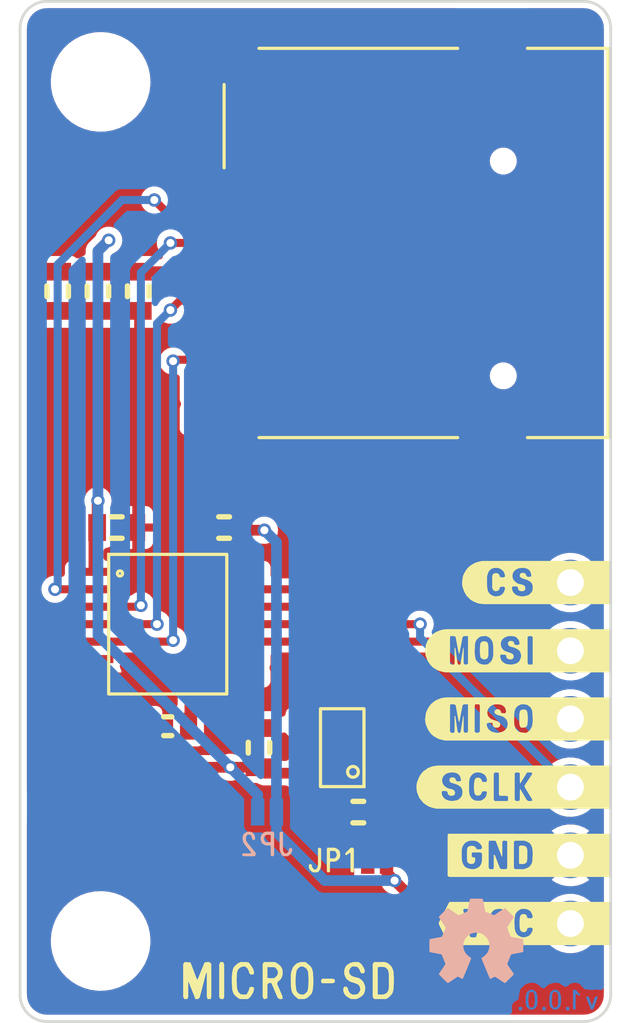
<source format=kicad_pcb>
(kicad_pcb (version 20241229) (generator "pcbnew") (generator_version "9.0")
  (title_block (title "microSD breakout") (date "2021-07-26") (rev "V1.0.0.") (company "SOLDERED") (comment 1 "333050"))
  (layers (0 "F.Cu" signal) (2 "B.Cu" signal) (13 "F.Paste" user) (15 "B.Paste" user) (5 "F.SilkS" user "F.Silkscreen") (7 "B.SilkS" user "B.Silkscreen") (1 "F.Mask" user) (3 "B.Mask" user) (25 "Edge.Cuts" user))
  (net 0 "")
  (net 1 "GND")
  (net 2 "3V3")
  (net 3 "Net-(C4-Pad2)")
  (net 4 "VCC")
  (net 6 "CS_L")
  (net 7 "MOSI_L")
  (net 8 "SCLK_L")
  (net 9 "MISO_L")
  (net 11 "CS_H")
  (net 12 "MOSI_H")
  (net 13 "MISO_H")
  (net 14 "SCLK_H")
  (net 15 "OE")
  (footprint "e-radionica.com footprinti:0603C" (layer "F.Cu") (at 102.9 132.8 90)
    (property "Reference" "C2")
    (property "Value" "100n")
    (pad "1" smd rect (at -0.73 0 90) (size 0.66 1) (layers "F.Cu" "F.Mask" "F.Paste") (net 1 "GND"))
    (pad "2" smd rect (at 0.73 0 90) (size 0.66 1) (layers "F.Cu" "F.Mask" "F.Paste") (net 2 "3V3"))
  )
  (footprint "e-radionica.com footprinti:FIDUCIAL_23" (layer "F.Cu") (at 102 152)
    (property "Reference" "FD1")
    (property "Value" "FIDUCIAL" (hide yes))
    (fp_circle (center 0 0) (end 1 0) (stroke (width 0.2)) (fill no) (layer "F.Cu"))
    (pad "1" smd circle (at 0 0) (size 1 1) (layers "F.Cu" "F.Mask" "F.Paste") (clearance 1.1))
  )
  (footprint "buzzardLabel" (layer "F.Cu") (at 111.6 154)
    (property "Reference" "" (at 0 0 0) (layer "F.SilkS") (effects (font (size 1.27 1.27))))
    (property "Value" "" (at 0 0 0) (layer "F.SilkS") (effects (font (size 1.27 1.27))))
  )
  (footprint "e-radionica.com footprinti:0603R" (layer "F.Cu") (at 105.5 149)
    (property "Reference" "R1")
    (property "Value" "10k")
    (pad "1" smd rect (at -0.775 0 90) (size 1 0.64) (layers "F.Cu" "F.Mask" "F.Paste") (net 2 "3V3"))
    (pad "2" smd rect (at 0.775 0 90) (size 1 0.64) (layers "F.Cu" "F.Mask" "F.Paste") (net 15 "OE"))
  )
  (footprint "e-radionica.com footprinti:TXB0104QPWRQ1" (layer "F.Cu") (at 105.5 145.2)
    (property "Reference" "U2")
    (property "Value" "TXB0104QPWRQ1" (hide yes))
    (pad "1" smd rect (at -2.8 -1.95 90) (size 0.3 1.55) (layers "F.Cu" "F.Mask" "F.Paste") (net 2 "3V3"))
    (pad "2" smd rect (at -2.8 -1.3 90) (size 0.3 1.55) (layers "F.Cu" "F.Mask" "F.Paste") (net 6 "CS_L"))
    (pad "3" smd rect (at -2.8 -0.65 90) (size 0.3 1.55) (layers "F.Cu" "F.Mask" "F.Paste") (net 7 "MOSI_L"))
    (pad "4" smd rect (at -2.8 0 90) (size 0.3 1.55) (layers "F.Cu" "F.Mask" "F.Paste") (net 8 "SCLK_L"))
    (pad "5" smd rect (at -2.8 0.65 90) (size 0.3 1.55) (layers "F.Cu" "F.Mask" "F.Paste") (net 9 "MISO_L"))
    (pad "6" smd rect (at -2.8 1.3 90) (size 0.3 1.55) (layers "F.Cu" "F.Mask" "F.Paste"))
    (pad "7" smd rect (at -2.8 1.95 90) (size 0.3 1.55) (layers "F.Cu" "F.Mask" "F.Paste") (net 1 "GND"))
    (pad "8" smd rect (at 2.8 1.95 90) (size 0.3 1.55) (layers "F.Cu" "F.Mask" "F.Paste") (net 15 "OE"))
    (pad "9" smd rect (at 2.8 1.3 90) (size 0.3 1.55) (layers "F.Cu" "F.Mask" "F.Paste"))
    (pad "10" smd rect (at 2.79 0.65 90) (size 0.3 1.55) (layers "F.Cu" "F.Mask" "F.Paste") (net 13 "MISO_H"))
    (pad "11" smd rect (at 2.8 0 90) (size 0.3 1.55) (layers "F.Cu" "F.Mask" "F.Paste") (net 14 "SCLK_H"))
    (pad "12" smd rect (at 2.8 -0.65 90) (size 0.3 1.55) (layers "F.Cu" "F.Mask" "F.Paste") (net 12 "MOSI_H"))
    (pad "13" smd rect (at 2.8 -1.3 90) (size 0.3 1.55) (layers "F.Cu" "F.Mask" "F.Paste") (net 11 "CS_H"))
    (pad "14" smd rect (at 2.8 -1.95 90) (size 0.3 1.55) (layers "F.Cu" "F.Mask" "F.Paste") (net 4 "VCC"))
  )
  (footprint "e-radionica.com footprinti:0603C" (layer "F.Cu") (at 112.6 152.2)
    (property "Reference" "C4")
    (property "Value" "2u2")
    (pad "1" smd rect (at -0.73 0) (size 0.66 1) (layers "F.Cu" "F.Mask" "F.Paste") (net 1 "GND"))
    (pad "2" smd rect (at 0.73 0) (size 0.66 1) (layers "F.Cu" "F.Mask" "F.Paste") (net 3 "Net-(C4-Pad2)"))
  )
  (footprint "e-radionica.com footprinti:HYC77-TF09-200" (layer "F.Cu") (at 112.5 131 90)
    (property "Reference" "K1")
    (property "Value" "HYC77-TF09-200" (hide yes))
    (pad "" np_thru_hole circle (at -4.95 5.5 90) (size 0.8 0.8) (drill 1) (layers "*.Cu" "*.Mask") (clearance 0.1))
    (pad "" np_thru_hole circle (at 3.05 5.5 90) (size 0.8 0.8) (drill 1) (layers "*.Cu" "*.Mask") (clearance 0.1))
    (pad "1" smd rect (at 2.25 -5.5 90) (size 0.7 1.6) (layers "F.Cu" "F.Mask" "F.Paste"))
    (pad "2" smd rect (at 1.15 -5.5 90) (size 0.7 1.6) (layers "F.Cu" "F.Mask" "F.Paste") (net 6 "CS_L"))
    (pad "3" smd rect (at 0.05 -5.5 90) (size 0.7 1.6) (layers "F.Cu" "F.Mask" "F.Paste") (net 7 "MOSI_L"))
    (pad "4" smd rect (at -1.05 -5.5 90) (size 0.7 1.6) (layers "F.Cu" "F.Mask" "F.Paste") (net 2 "3V3"))
    (pad "5" smd rect (at -2.15 -5.5 90) (size 0.7 1.6) (layers "F.Cu" "F.Mask" "F.Paste") (net 8 "SCLK_L"))
    (pad "6" smd rect (at -3.25 -5.5 90) (size 0.7 1.6) (layers "F.Cu" "F.Mask" "F.Paste") (net 1 "GND"))
    (pad "7" smd rect (at -4.35 -5.5 90) (size 0.7 1.6) (layers "F.Cu" "F.Mask" "F.Paste") (net 9 "MISO_L"))
    (pad "8" smd rect (at -5.45 -5.5 90) (size 0.7 1.6) (layers "F.Cu" "F.Mask" "F.Paste"))
    (pad "12" smd rect (at 7.75 5.1 180) (size 2.2 1.2) (layers "F.Cu" "F.Mask" "F.Paste"))
    (pad "CD" smd rect (at -6.55 -5.5 90) (size 0.7 1.6) (layers "F.Cu" "F.Mask" "F.Paste"))
    (pad "MNT" smd rect (at -7.75 -4.5 180) (size 1.5 1.2) (layers "F.Cu" "F.Mask" "F.Paste"))
    (pad "MNT" smd rect (at -7.75 5.1 180) (size 2.2 1.2) (layers "F.Cu" "F.Mask" "F.Paste"))
    (pad "MNT" smd rect (at 6.85 -4.5 180) (size 1.6 1.5) (layers "F.Cu" "F.Mask" "F.Paste"))
  )
  (footprint "buzzardLabel" (layer "F.Cu") (at 122.4 143.65)
    (property "Reference" "" (at 0 0 0) (layer "F.SilkS") (effects (font (size 1.27 1.27))))
    (property "Value" "" (at 0 0 0) (layer "F.SilkS") (effects (font (size 1.27 1.27))))
  )
  (footprint "buzzardLabel" (layer "F.Cu") (at 122.4 146.19)
    (property "Reference" "" (at 0 0 0) (layer "F.SilkS") (effects (font (size 1.27 1.27))))
    (property "Value" "" (at 0 0 0) (layer "F.SilkS") (effects (font (size 1.27 1.27))))
  )
  (footprint "buzzardLabel" (layer "F.Cu") (at 122.4 148.73)
    (property "Reference" "" (at 0 0 0) (layer "F.SilkS") (effects (font (size 1.27 1.27))))
    (property "Value" "" (at 0 0 0) (layer "F.SilkS") (effects (font (size 1.27 1.27))))
  )
  (footprint "e-radionica.com footprinti:SMD-JUMPER-CONNECTED_TRACE_SLODERMASK" (layer "F.Cu") (at 113.3 154)
    (property "Reference" "JP1")
    (property "Value" "SMD-JUMPER")
    (fp_poly (pts (xy 0.1 0.1) (xy -0.1 0.1) (xy -0.1 -0.1) (xy 0.1 -0.1)) (stroke (width 0.1)) (fill yes) (layer "F.Cu"))
    (pad "1" smd rect (at -0.35 0) (size 0.5 1) (layers "F.Cu" "F.Mask") (net 3 "Net-(C4-Pad2)"))
    (pad "2" smd rect (at 0.35 0) (size 0.5 1) (layers "F.Cu" "F.Mask") (net 4 "VCC"))
  )
  (footprint "buzzardLabel" (layer "F.Cu") (at 122.4 151.27)
    (property "Reference" "" (at 0 0 0) (layer "F.SilkS") (effects (font (size 1.27 1.27))))
    (property "Value" "" (at 0 0 0) (layer "F.SilkS") (effects (font (size 1.27 1.27))))
  )
  (footprint "e-radionica.com footprinti:HOLE_3.2mm" (layer "F.Cu") (at 103 157)
    (property "Reference" "H1" (hide yes))
    (property "Value" "HOLE_3.2mm" (hide yes))
    (pad "" np_thru_hole circle (at 0 0) (size 3.2 3.2) (drill 3.2) (layers "*.Cu" "*.Mask"))
  )
  (footprint "Soldered Graphics:Logo-Back-OSH-3.5mm" (layer "F.Cu") (at 117 157)
    (property "Reference" "G***" (hide yes))
    (property "Value" "LOGO" (hide yes))
  )
  (footprint "e-radionica.com footprinti:0603C" (layer "F.Cu") (at 101.4 132.8 90)
    (property "Reference" "C1")
    (property "Value" "2u2")
    (pad "1" smd rect (at -0.73 0 90) (size 0.66 1) (layers "F.Cu" "F.Mask" "F.Paste") (net 1 "GND"))
    (pad "2" smd rect (at 0.73 0 90) (size 0.66 1) (layers "F.Cu" "F.Mask" "F.Paste") (net 2 "3V3"))
  )
  (footprint "e-radionica.com footprinti:0603C" (layer "F.Cu") (at 103.6 141.6)
    (property "Reference" "C6")
    (property "Value" "100n")
    (pad "1" smd rect (at -0.73 0) (size 0.66 1) (layers "F.Cu" "F.Mask" "F.Paste") (net 2 "3V3"))
    (pad "2" smd rect (at 0.73 0) (size 0.66 1) (layers "F.Cu" "F.Mask" "F.Paste") (net 1 "GND"))
  )
  (footprint "buzzardLabel" (layer "F.Cu") (at 122.4 156.35)
    (property "Reference" "" (at 0 0 0) (layer "F.SilkS") (effects (font (size 1.27 1.27))))
    (property "Value" "" (at 0 0 0) (layer "F.SilkS") (effects (font (size 1.27 1.27))))
  )
  (footprint "e-radionica.com footprinti:0603C" (layer "F.Cu") (at 108.9 149.8 -90)
    (property "Reference" "C5")
    (property "Value" "2u2")
    (pad "1" smd rect (at -0.73 0 270) (size 0.66 1) (layers "F.Cu" "F.Mask" "F.Paste") (net 1 "GND"))
    (pad "2" smd rect (at 0.73 0 270) (size 0.66 1) (layers "F.Cu" "F.Mask" "F.Paste") (net 2 "3V3"))
  )
  (footprint "e-radionica.com footprinti:0603C" (layer "F.Cu") (at 107.6 141.6)
    (property "Reference" "C7")
    (property "Value" "100n")
    (pad "1" smd rect (at -0.73 0) (size 0.66 1) (layers "F.Cu" "F.Mask" "F.Paste") (net 1 "GND"))
    (pad "2" smd rect (at 0.73 0) (size 0.66 1) (layers "F.Cu" "F.Mask" "F.Paste") (net 4 "VCC"))
  )
  (footprint "e-radionica.com footprinti:SOT-23-5" (layer "F.Cu") (at 112 149.8 180)
    (property "Reference" "U1")
    (property "Value" "SE5218" (hide yes))
    (pad "1" smd rect (at -1.3 -0.95 180) (size 1.1 0.6) (layers "F.Cu" "F.Mask" "F.Paste") (net 3 "Net-(C4-Pad2)"))
    (pad "2" smd rect (at -1.3 0 180) (size 1.1 0.6) (layers "F.Cu" "F.Mask" "F.Paste") (net 1 "GND"))
    (pad "3" smd rect (at -1.3 0.95 180) (size 1.1 0.6) (layers "F.Cu" "F.Mask" "F.Paste") (net 3 "Net-(C4-Pad2)"))
    (pad "4" smd rect (at 1.3 0.95 180) (size 1.1 0.6) (layers "F.Cu" "F.Mask" "F.Paste"))
    (pad "5" smd rect (at 1.3 -0.95 180) (size 1.1 0.6) (layers "F.Cu" "F.Mask" "F.Paste") (net 2 "3V3"))
  )
  (footprint "e-radionica.com footprinti:HOLE_3.2mm" (layer "F.Cu") (at 103 125)
    (property "Reference" "H2" (hide yes))
    (property "Value" "HOLE_3.2mm" (hide yes))
    (pad "" np_thru_hole circle (at 0 0) (size 3.2 3.2) (drill 3.2) (layers "*.Cu" "*.Mask"))
  )
  (footprint "e-radionica.com footprinti:0603C" (layer "F.Cu") (at 104.4 132.8 90)
    (property "Reference" "C3")
    (property "Value" "100n")
    (pad "1" smd rect (at -0.73 0 90) (size 0.66 1) (layers "F.Cu" "F.Mask" "F.Paste") (net 1 "GND"))
    (pad "2" smd rect (at 0.73 0 90) (size 0.66 1) (layers "F.Cu" "F.Mask" "F.Paste") (net 2 "3V3"))
  )
  (footprint "buzzardLabel" (layer "F.Cu") (at 122.4 153.81)
    (property "Reference" "" (at 0 0 0) (layer "F.SilkS") (effects (font (size 1.27 1.27))))
    (property "Value" "" (at 0 0 0) (layer "F.SilkS") (effects (font (size 1.27 1.27))))
  )
  (footprint "buzzardLabel" (layer "F.Cu") (at 110 158.5)
    (property "Reference" "" (at 0 0 0) (layer "F.SilkS") (effects (font (size 1.27 1.27))))
    (property "Value" "" (at 0 0 0) (layer "F.SilkS") (effects (font (size 1.27 1.27))))
  )
  (footprint "buzzardLabel" (layer "B.Cu") (at 109.2 153.4 180)
    (property "Reference" "" (at 0 0 0) (layer "B.SilkS") (effects (font (size 1.27 1.27)) (justify mirror)))
    (property "Value" "" (at 0 0 0) (layer "B.SilkS") (effects (font (size 1.27 1.27)) (justify mirror)))
  )
  (footprint "e-radionica.com footprinti:SMD_JUMPER" (layer "B.Cu") (at 109.2 152.2 180)
    (property "Reference" "JP2")
    (property "Value" "SMD_JUMPER" (hide yes))
    (pad "1" smd rect (at -0.35 0 180) (size 0.5 1) (layers "B.Cu" "B.Mask") (net 4 "VCC"))
    (pad "2" smd rect (at 0.35 0 180) (size 0.5 1) (layers "B.Cu" "B.Mask") (net 2 "3V3"))
  )
  (footprint "e-radionica.com footprinti:HEADER_MALE_6X1" (layer "B.Cu") (at 120.5 150 -90)
    (property "Reference" "K2")
    (property "Value" "HEADER_MALE_6X1" (hide yes))
    (pad "1" thru_hole circle (at -6.35 0 270) (size 1.7 1.7) (drill 1) (layers "*.Cu" "*.Mask") (net 11 "CS_H"))
    (pad "2" thru_hole circle (at -3.81 0 270) (size 1.7 1.7) (drill 1) (layers "*.Cu" "*.Mask") (net 12 "MOSI_H"))
    (pad "3" thru_hole circle (at -1.27 0 270) (size 1.7 1.7) (drill 1) (layers "*.Cu" "*.Mask") (net 13 "MISO_H"))
    (pad "4" thru_hole circle (at 1.27 0 270) (size 1.7 1.7) (drill 1) (layers "*.Cu" "*.Mask") (net 14 "SCLK_H"))
    (pad "5" thru_hole circle (at 3.81 0 270) (size 1.7 1.7) (drill 1) (layers "*.Cu" "*.Mask") (net 1 "GND"))
    (pad "6" thru_hole circle (at 6.35 0 270) (size 1.7 1.7) (drill 1) (layers "*.Cu" "*.Mask") (net 4 "VCC"))
  )
  (footprint "Soldered Graphics:Version1.0.0." (layer "B.Cu") (at 120 159.2 180)
    (property "Reference" "Ref**" (hide yes))
    (property "Value" "Val**" (hide yes))
    (fp_poly (pts (xy 1.31 -0.38) (xy 1.36 -0.38) (xy 1.41 -0.37) (xy 1.42 -0.33) (xy 1.42 -0.27) (xy 1.38 -0.26) (xy 1.33 -0.26) (xy 1.3 -0.29) (xy 1.3 -0.34) (xy 1.31 -0.38)) (stroke (width 0.01)) (fill yes) (layer "B.Cu"))
    (fp_poly (pts (xy 0.43 -0.38) (xy 0.48 -0.38) (xy 0.54 -0.37) (xy 0.54 -0.33) (xy 0.54 -0.27) (xy 0.5 -0.26) (xy 0.45 -0.26) (xy 0.42 -0.29) (xy 0.42 -0.34) (xy 0.43 -0.38)) (stroke (width 0.01)) (fill yes) (layer "B.Cu"))
    (fp_poly (pts (xy -0.44 -0.38) (xy -0.39 -0.38) (xy -0.34 -0.37) (xy -0.34 -0.33) (xy -0.34 -0.27) (xy -0.38 -0.26) (xy -0.43 -0.26) (xy -0.46 -0.29) (xy -0.46 -0.34) (xy -0.44 -0.38)) (stroke (width 0.01)) (fill yes) (layer "B.Cu"))
    (fp_poly (pts (xy -0.67 -0.35) (xy -0.62 -0.35) (xy -0.6 -0.31) (xy -0.6 0.35) (xy -0.64 0.38) (xy -0.69 0.38) (xy -0.73 0.34) (xy -0.84 0.22) (xy -0.86 0.17) (xy -0.83 0.16) (xy -0.73 0.22) (xy -0.69 0.23) (xy -0.69 -0.31) (xy -0.67 -0.35)) (stroke (width 0.01)) (fill yes) (layer "B.Cu"))
    (fp_poly (pts (xy -1.33 -0.35) (xy -1.27 -0.35) (xy -1.25 -0.31) (xy -1.09 0.1) (xy -1.11 0.13) (xy -1.16 0.13) (xy -1.19 0.1) (xy -1.28 -0.16) (xy -1.3 -0.21) (xy -1.32 -0.17) (xy -1.41 0.09) (xy -1.44 0.13) (xy -1.49 0.13) (xy -1.51 0.1) (xy -1.36 -0.31) (xy -1.33 -0.35)) (stroke (width 0.01)) (fill yes) (layer "B.Cu"))
    (fp_poly (pts (xy 0.93 -0.35) (xy 0.99 -0.35) (xy 1.04 -0.33) (xy 1.01 -0.28) (xy 0.91 -0.28) (xy 0.87 -0.25) (xy 0.85 -0.2) (xy 0.83 -0.15) (xy 0.83 -0.11) (xy 0.82 0.01) (xy 0.83 0.13) (xy 0.83 0.17) (xy 0.84 0.22) (xy 0.87 0.27) (xy 0.9 0.3) (xy 1.01 0.3) (xy 1.04 0.26) (xy 1.05 0.21) (xy 1.06 0.15) (xy 1.07 0.05) (xy 1.07 -0.08) (xy 1.06 -0.12) (xy 1.06 -0.17) (xy 1.04 -0.22) (xy 1.02 -0.27) (xy 1.01 -0.28) (xy 1.05 -0.32) (xy 1.09 -0.29) (xy 1.12 -0.26) (xy 1.14 -0.22) (xy 1.15 -0.16) (xy 1.16 -0.11) (xy 1.16 -0.06) (xy 1.16 0.06) (xy 1.16 0.12) (xy 1.15 0.17) (xy 1.14 0.22) (xy 1.13 0.27) (xy 1.1 0.3) (xy 1.06 0.34) (xy 1.01 0.37) (xy 0.95 0.38) (xy 0.9 0.38) (xy 0.84 0.35) (xy 0.8 0.31) (xy 0.78 0.28) (xy 0.75 0.23) (xy 0.74 0.18) (xy 0.74 0.13) (xy 0.73 0.08) (xy 0.73 -0.04) (xy 0.73 -0.1) (xy 0.74 -0.14) (xy 0.75 -0.2) (xy 0.77 -0.25) (xy 0.79 -0.28) (xy 0.83 -0.32) (xy 0.89 -0.35) (xy 0.93 -0.35)) (stroke (width 0.01)) (fill yes) (layer "B.Cu"))
    (fp_poly (pts (xy 0.06 -0.35) (xy 0.11 -0.35) (xy 0.17 -0.33) (xy 0.13 -0.28) (xy 0.03 -0.28) (xy -0.01 -0.25) (xy -0.03 -0.2) (xy -0.05 -0.15) (xy -0.05 -0.11) (xy -0.05 0.01) (xy -0.05 0.13) (xy -0.05 0.17) (xy -0.03 0.22) (xy -0.01 0.27) (xy 0.02 0.3) (xy 0.13 0.3) (xy 0.16 0.26) (xy 0.18 0.21) (xy 0.18 0.15) (xy 0.19 0.05) (xy 0.19 -0.08) (xy 0.19 -0.12) (xy 0.18 -0.17) (xy 0.16 -0.22) (xy 0.14 -0.27) (xy 0.14 -0.28) (xy 0.17 -0.32) (xy 0.21 -0.29) (xy 0.24 -0.26) (xy 0.26 -0.22) (xy 0.27 -0.16) (xy 0.28 -0.11) (xy 0.28 -0.06) (xy 0.28 0.06) (xy 0.28 0.12) (xy 0.27 0.17) (xy 0.26 0.22) (xy 0.25 0.27) (xy 0.22 0.3) (xy 0.19 0.34) (xy 0.13 0.37) (xy 0.08 0.38) (xy 0.02 0.38) (xy -0.03 0.35) (xy -0.08 0.31) (xy -0.1 0.28) (xy -0.12 0.23) (xy -0.14 0.18) (xy -0.14 0.13) (xy -0.15 0.08) (xy -0.15 -0.04) (xy -0.14 -0.1) (xy -0.14 -0.14) (xy -0.13 -0.2) (xy -0.11 -0.25) (xy -0.08 -0.28) (xy -0.05 -0.32) (xy 0.01 -0.35) (xy 0.06 -0.35)) (stroke (width 0.01)) (fill yes) (layer "B.Cu"))
  )
  (gr_arc (start 121 122) (mid 121.707105 122.292892) (end 121.999997 122.999997) (stroke (width 0.1)) (layer "Edge.Cuts"))
  (gr_line (start 122 123) (end 122 159) (stroke (width 0.1)) (layer "Edge.Cuts"))
  (gr_line (start 121 160) (end 101 160) (stroke (width 0.1)) (layer "Edge.Cuts"))
  (gr_line (start 100 159) (end 100 123) (stroke (width 0.1)) (layer "Edge.Cuts"))
  (gr_arc (start 99.999997 122.999997) (mid 100.292892 122.292891) (end 101 122) (stroke (width 0.1)) (layer "Edge.Cuts"))
  (gr_line (start 101 122) (end 121 122) (stroke (width 0.1)) (layer "Edge.Cuts"))
  (gr_arc (start 101 160) (mid 100.292893 159.707107) (end 100 159) (stroke (width 0.1)) (layer "Edge.Cuts"))
  (gr_arc (start 122 159) (mid 121.707107 159.707107) (end 121 160) (stroke (width 0.1)) (layer "Edge.Cuts"))
  (segment (start 110.7 150.75) (end 109.12 150.75) (width 0.4) (layer "F.Cu") (net 2))
  (segment (start 102.9 132.07) (end 104.4 132.07) (width 0.4) (layer "F.Cu") (net 2))
  (segment (start 102.9 140.6) (end 102.87 140.63) (width 0.4) (layer "F.Cu") (net 2))
  (segment (start 102.9 132.07) (end 101.4 132.07) (width 0.4) (layer "F.Cu") (net 2))
  (segment (start 102.7 143.25) (end 102.7 141.77) (width 0.3) (layer "F.Cu") (net 2))
  (segment (start 107.83 150.53) (end 105.43 150.53) (width 0.4) (layer "F.Cu") (net 2))
  (segment (start 106.98 132.07) (end 107 132.05) (width 0.4) (layer "F.Cu") (net 2))
  (segment (start 105.43 150.53) (end 104.725 149.825) (width 0.4) (layer "F.Cu") (net 2))
  (segment (start 109.12 150.75) (end 108.9 150.53) (width 0.4) (layer "F.Cu") (net 2))
  (segment (start 108.9 150.53) (end 107.83 150.53) (width 0.4) (layer "F.Cu") (net 2))
  (segment (start 104.4 132.07) (end 106.98 132.07) (width 0.4) (layer "F.Cu") (net 2))
  (segment (start 104.725 149.825) (end 104.725 149) (width 0.4) (layer "F.Cu") (net 2))
  (segment (start 102.87 140.63) (end 102.87 141.6) (width 0.4) (layer "F.Cu") (net 2))
  (segment (start 103.3 130.9) (end 102.9 131.3) (width 0.4) (layer "F.Cu") (net 2))
  (segment (start 102.9 131.3) (end 102.9 132.07) (width 0.4) (layer "F.Cu") (net 2))
  (segment (start 102.7 141.77) (end 102.87 141.6) (width 0.3) (layer "F.Cu") (net 2))
  (via (at 102.9 140.6) (size 0.5) (drill 0.3) (layers "F.Cu" "B.Cu") (net 2))
  (via (at 107.83 150.53) (size 0.5) (drill 0.3) (layers "F.Cu" "B.Cu") (net 2))
  (via (at 103.3 130.9) (size 0.5) (drill 0.3) (layers "F.Cu" "B.Cu") (net 2))
  (segment (start 108.85 151.55) (end 107.83 150.53) (width 0.4) (layer "B.Cu") (net 2))
  (segment (start 102.9 131.3) (end 102.9 140.6) (width 0.4) (layer "B.Cu") (net 2))
  (segment (start 103.3 130.9) (end 102.9 131.3) (width 0.4) (layer "B.Cu") (net 2))
  (segment (start 102.9 145.6) (end 107.83 150.53) (width 0.4) (layer "B.Cu") (net 2))
  (segment (start 108.85 152.2) (end 108.85 151.55) (width 0.4) (layer "B.Cu") (net 2))
  (segment (start 102.9 140.6) (end 102.9 145.6) (width 0.4) (layer "B.Cu") (net 2))
  (segment (start 113.33 152.67) (end 112.95 153.05) (width 0.4) (layer "F.Cu") (net 3))
  (segment (start 113.33 150.78) (end 113.3 150.75) (width 0.4) (layer "F.Cu") (net 3))
  (segment (start 115.2 148.85) (end 113.3 148.85) (width 0.4) (layer "F.Cu") (net 3))
  (segment (start 113.3 150.75) (end 115.25 150.75) (width 0.4) (layer "F.Cu") (net 3))
  (segment (start 115.7 150.3) (end 115.7 149.35) (width 0.4) (layer "F.Cu") (net 3))
  (segment (start 113.33 152.2) (end 113.33 152.67) (width 0.4) (layer "F.Cu") (net 3))
  (segment (start 115.25 150.75) (end 115.7 150.3) (width 0.4) (layer "F.Cu") (net 3))
  (segment (start 112.95 153.05) (end 112.95 154) (width 0.4) (layer "F.Cu") (net 3))
  (segment (start 115.7 149.35) (end 115.2 148.85) (width 0.4) (layer "F.Cu") (net 3))
  (segment (start 113.33 152.2) (end 113.33 150.78) (width 0.4) (layer "F.Cu") (net 3))
  (segment (start 108.43 141.7) (end 108.33 141.6) (width 0.4) (layer "F.Cu") (net 4))
  (segment (start 108.3 141.63) (end 108.33 141.6) (width 0.3) (layer "F.Cu") (net 4))
  (segment (start 113.65 154.45) (end 113.65 154) (width 0.4) (layer "F.Cu") (net 4))
  (segment (start 115.55 156.35) (end 113.65 154.45) (width 0.4) (layer "F.Cu") (net 4))
  (segment (start 108.3 143.25) (end 108.3 141.63) (width 0.3) (layer "F.Cu") (net 4))
  (segment (start 109.1 141.7) (end 108.43 141.7) (width 0.4) (layer "F.Cu") (net 4))
  (segment (start 120.5 156.35) (end 115.55 156.35) (width 0.4) (layer "F.Cu") (net 4))
  (via (at 113.95 154.75) (size 0.5) (drill 0.3) (layers "F.Cu" "B.Cu") (net 4))
  (via (at 109.1 141.7) (size 0.5) (drill 0.3) (layers "F.Cu" "B.Cu") (net 4))
  (segment (start 109.55 152.2) (end 109.55 142.15) (width 0.4) (layer "B.Cu") (net 4))
  (segment (start 109.55 142.15) (end 109.1 141.7) (width 0.4) (layer "B.Cu") (net 4))
  (segment (start 109.55 152.95) (end 109.55 152.2) (width 0.4) (layer "B.Cu") (net 4))
  (segment (start 111.35 154.75) (end 109.55 152.95) (width 0.4) (layer "B.Cu") (net 4))
  (segment (start 113.95 154.75) (end 111.35 154.75) (width 0.4) (layer "B.Cu") (net 4))
  (segment (start 105.45 129.85) (end 107 129.85) (width 0.3) (layer "F.Cu") (net 6))
  (segment (start 105 129.4) (end 105.45 129.85) (width 0.3) (layer "F.Cu") (net 6))
  (segment (start 101.3 143.9) (end 102.7 143.9) (width 0.3) (layer "F.Cu") (net 6))
  (via (at 101.3 143.9) (size 0.5) (drill 0.3) (layers "F.Cu" "B.Cu") (net 6))
  (via (at 105 129.4) (size 0.5) (drill 0.3) (layers "F.Cu" "B.Cu") (net 6))
  (segment (start 101.4 131.8) (end 101.4 143.8) (width 0.3) (layer "B.Cu") (net 6))
  (segment (start 103.8 129.4) (end 101.4 131.8) (width 0.3) (layer "B.Cu") (net 6))
  (segment (start 101.4 143.8) (end 101.3 143.9) (width 0.3) (layer "B.Cu") (net 6))
  (segment (start 105 129.4) (end 103.8 129.4) (width 0.3) (layer "B.Cu") (net 6))
  (segment (start 104.45 144.55) (end 104.5 144.5) (width 0.3) (layer "F.Cu") (net 7))
  (segment (start 106.95 131) (end 107 130.95) (width 0.3) (layer "F.Cu") (net 7))
  (segment (start 105.6 131) (end 106.95 131) (width 0.3) (layer "F.Cu") (net 7))
  (segment (start 102.7 144.55) (end 104.45 144.55) (width 0.3) (layer "F.Cu") (net 7))
  (via (at 104.5 144.5) (size 0.5) (drill 0.3) (layers "F.Cu" "B.Cu") (net 7))
  (via (at 105.6 131) (size 0.5) (drill 0.3) (layers "F.Cu" "B.Cu") (net 7))
  (segment (start 104.5 144.5) (end 104.5 132.1) (width 0.3) (layer "B.Cu") (net 7))
  (segment (start 104.5 132.1) (end 105.6 131) (width 0.3) (layer "B.Cu") (net 7))
  (segment (start 105.95 133.15) (end 107 133.15) (width 0.3) (layer "F.Cu") (net 8))
  (segment (start 105.6 133.5) (end 105.95 133.15) (width 0.3) (layer "F.Cu") (net 8))
  (segment (start 105.1 145.2) (end 102.7 145.2) (width 0.3) (layer "F.Cu") (net 8))
  (via (at 105.6 133.5) (size 0.5) (drill 0.3) (layers "F.Cu" "B.Cu") (net 8))
  (via (at 105.1 145.2) (size 0.5) (drill 0.3) (layers "F.Cu" "B.Cu") (net 8))
  (segment (start 105.1 134) (end 105.1 145.2) (width 0.3) (layer "B.Cu") (net 8))
  (segment (start 105.6 133.5) (end 105.1 134) (width 0.3) (layer "B.Cu") (net 8))
  (segment (start 105.7 135.4) (end 105.75 135.35) (width 0.3) (layer "F.Cu") (net 9))
  (segment (start 105.65 145.85) (end 102.7 145.85) (width 0.3) (layer "F.Cu") (net 9))
  (segment (start 105.7 145.8) (end 105.65 145.85) (width 0.3) (layer "F.Cu") (net 9))
  (segment (start 105.75 135.35) (end 107 135.35) (width 0.3) (layer "F.Cu") (net 9))
  (via (at 105.7 145.8) (size 0.5) (drill 0.3) (layers "F.Cu" "B.Cu") (net 9))
  (via (at 105.7 135.4) (size 0.5) (drill 0.3) (layers "F.Cu" "B.Cu") (net 9))
  (segment (start 105.7 145.8) (end 105.7 135.4) (width 0.3) (layer "B.Cu") (net 9))
  (segment (start 120.5 143.65) (end 120.25 143.9) (width 0.3) (layer "F.Cu") (net 11))
  (segment (start 120.25 143.9) (end 108.3 143.9) (width 0.3) (layer "F.Cu") (net 11))
  (segment (start 118.59 146.19) (end 116.95 144.55) (width 0.3) (layer "F.Cu") (net 12))
  (segment (start 116.95 144.55) (end 108.3 144.55) (width 0.3) (layer "F.Cu") (net 12))
  (segment (start 120.5 146.19) (end 118.59 146.19) (width 0.3) (layer "F.Cu") (net 12))
  (segment (start 120.5 148.73) (end 119.63 148.73) (width 0.3) (layer "F.Cu") (net 13))
  (segment (start 119.63 148.73) (end 116.75 145.85) (width 0.3) (layer "F.Cu") (net 13))
  (segment (start 116.75 145.85) (end 108.29 145.85) (width 0.3) (layer "F.Cu") (net 13))
  (segment (start 114.9 145.2) (end 108.3 145.2) (width 0.3) (layer "F.Cu") (net 14))
  (via (at 114.9 145.2) (size 0.5) (drill 0.3) (layers "F.Cu" "B.Cu") (net 14))
  (segment (start 120.47 151.27) (end 120.5 151.27) (width 0.3) (layer "B.Cu") (net 14))
  (segment (start 114.9 145.2) (end 114.9 145.7) (width 0.3) (layer "B.Cu") (net 14))
  (segment (start 114.9 145.7) (end 120.47 151.27) (width 0.3) (layer "B.Cu") (net 14))
  (segment (start 107.15 147.15) (end 106.275 148.025) (width 0.3) (layer "F.Cu") (net 15))
  (segment (start 108.3 147.15) (end 107.15 147.15) (width 0.3) (layer "F.Cu") (net 15))
  (segment (start 106.275 148.025) (end 106.275 149) (width 0.3) (layer "F.Cu") (net 15))
  (zone (net 1) (net_name "GND") (layers "F.Cu" "B.Cu") (connect_pads (clearance 0.254)) (min_thickness 0.254) (fill yes (thermal_gap 0.3) (thermal_bridge_width 0.3))
    (polygon (pts (xy 122 160) (xy 100 160) (xy 100 122) (xy 122 122)))
  )
)
</source>
